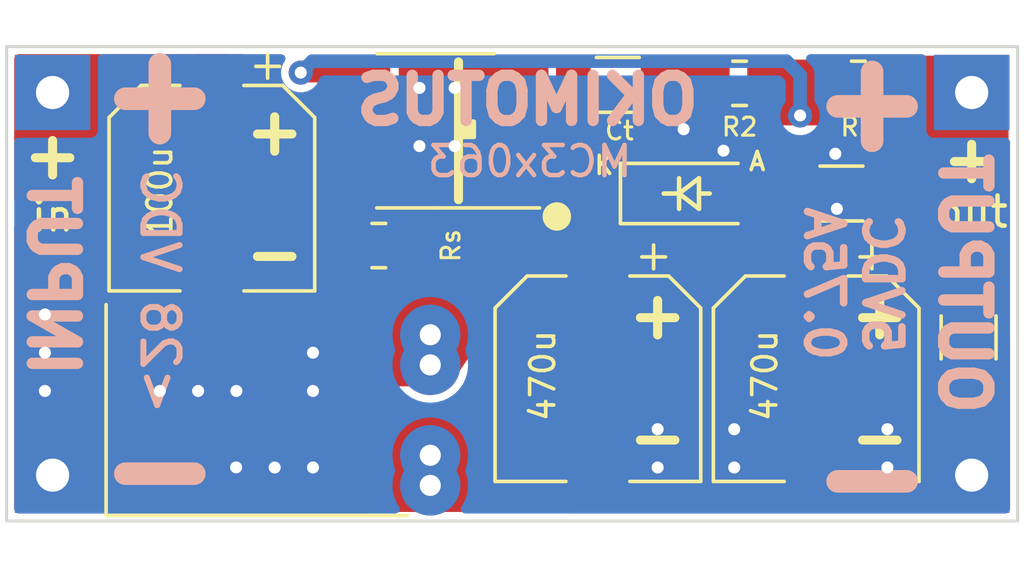
<source format=kicad_pcb>
(kicad_pcb (version 20211014) (generator pcbnew)
  (layers (0 "F.Cu" signal) (31 "B.Cu" signal) (34 "B.Paste" user) (35 "F.Paste" user) (36 "B.SilkS" user "B.Silkscreen") (37 "F.SilkS" user "F.Silkscreen") (38 "B.Mask" user) (39 "F.Mask" user) (44 "Edge.Cuts" user))
  (net 0 "")
  (net 1 "GND")
  (net 2 "Net-(Ct1-Pad1)")
  (net 3 "Net-(D1-Pad1)")
  (net 4 "/Vfeedback")
  (net 5 "/Sense")
  (net 6 "Net-(Ci1-Pad1)")
  (net 7 "Net-(Co1-Pad1)")
  (footprint "1pin:1pin" (layer "F.Cu") (at 111.76 48.26)
    (fp_text reference "U5" hide)
    (fp_text value "1pin")
    (pad "1" thru_hole rect (at 0 0) (size 2.5 2.5) (drill 1.1) (layers *.Cu *.Mask) (net 7 "Net-(Co1-Pad1)"))
  )
  (footprint "Capacitor_SMD:CP_Elec_6.3x7.7" (layer "F.Cu") (at 99.3648 57.7596 -90)
    (fp_text reference "Co1" hide)
    (fp_text value "470u/10V")
    (fp_line (start -4.4375 -1.8475) (end -3.65 -1.8475) (layer "F.SilkS") (width 0.12))
    (fp_line (start -2.345563 3.41) (end 3.41 3.41) (layer "F.SilkS") (width 0.12))
    (fp_line (start -2.345563 -3.41) (end 3.41 -3.41) (layer "F.SilkS") (width 0.12))
    (fp_line (start -3.41 -2.345563) (end -2.345563 -3.41) (layer "F.SilkS") (width 0.12))
    (fp_line (start -3.41 2.345563) (end -3.41 1.06) (layer "F.SilkS") (width 0.12))
    (fp_line (start -3.41 2.345563) (end -2.345563 3.41) (layer "F.SilkS") (width 0.12))
    (fp_line (start 3.41 3.41) (end 3.41 1.06) (layer "F.SilkS") (width 0.12))
    (fp_line (start 3.41 -3.41) (end 3.41 -1.06) (layer "F.SilkS") (width 0.12))
    (fp_line (start -3.41 -2.345563) (end -3.41 -1.06) (layer "F.SilkS") (width 0.12))
    (fp_line (start -4.04375 -2.24125) (end -4.04375 -1.45375) (layer "F.SilkS") (width 0.12))
    (pad "1" smd roundrect (at -2.7 0 270) (size 3.5 1.6) (layers "F.Cu" "F.Paste" "F.Mask") (roundrect_rratio 0.15625) (net 7 "Net-(Co1-Pad1)"))
    (pad "2" smd roundrect (at 2.7 0 270) (size 3.5 1.6) (layers "F.Cu" "F.Paste" "F.Mask") (roundrect_rratio 0.15625) (net 1 "GND"))
  )
  (footprint "Diode_SMD:D_SOD-123" (layer "F.Cu") (at 102.362 51.6128)
    (fp_text reference "D1" hide)
    (fp_text value "1N5819")
    (fp_line (start -2.25 -1) (end -2.25 1) (layer "F.SilkS") (width 0.12))
    (fp_line (start -2.25 -1) (end 1.65 -1) (layer "F.SilkS") (width 0.12))
    (fp_line (start -2.25 1) (end 1.65 1) (layer "F.SilkS") (width 0.12))
    (pad "1" smd rect (at -1.65 0) (size 0.9 1.2) (layers "F.Cu" "F.Paste" "F.Mask") (net 3 "Net-(D1-Pad1)"))
    (pad "2" smd rect (at 1.65 0) (size 0.9 1.2) (layers "F.Cu" "F.Paste" "F.Mask") (net 1 "GND"))
  )
  (footprint "Capacitor_SMD:C_1206_3216Metric" (layer "F.Cu") (at 100.0252 48.006)
    (fp_text reference "Ct1" hide)
    (fp_text value "150p")
    (fp_line (start -0.711252 -0.91) (end 0.711252 -0.91) (layer "F.SilkS") (width 0.12))
    (fp_line (start -0.711252 0.91) (end 0.711252 0.91) (layer "F.SilkS") (width 0.12))
    (pad "1" smd roundrect (at -1.475 0) (size 1.15 1.8) (layers "F.Cu" "F.Paste" "F.Mask") (roundrect_rratio 0.2173913043) (net 2 "Net-(Ct1-Pad1)"))
    (pad "2" smd roundrect (at 1.475 0) (size 1.15 1.8) (layers "F.Cu" "F.Paste" "F.Mask") (roundrect_rratio 0.2173913043) (net 1 "GND"))
  )
  (footprint "Capacitor_SMD:C_1206_3216Metric" (layer "F.Cu") (at 111.6584 56.388 -90)
    (fp_text reference "Co4" hide)
    (fp_text value "47u/10V")
    (fp_line (start -0.711252 0.91) (end 0.711252 0.91) (layer "F.SilkS") (width 0.12))
    (fp_line (start -0.711252 -0.91) (end 0.711252 -0.91) (layer "F.SilkS") (width 0.12))
    (pad "1" smd roundrect (at -1.475 0 270) (size 1.15 1.8) (layers "F.Cu" "F.Paste" "F.Mask") (roundrect_rratio 0.2173913043) (net 7 "Net-(Co1-Pad1)"))
    (pad "2" smd roundrect (at 1.475 0 270) (size 1.15 1.8) (layers "F.Cu" "F.Paste" "F.Mask") (roundrect_rratio 0.2173913043) (net 1 "GND"))
  )
  (footprint "mc34063-power-inductor-leaded:mc34063-power-inductor-leaded" (layer "F.Cu") (at 93.805 58.801)
    (fp_text reference "U2" hide)
    (fp_text value "mc34063-power-inductor-leaded" hide)
    (fp_line (start -10.75 -3.5) (end -10.75 3.5) (layer "F.SilkS") (width 0.12))
    (fp_line (start -10.75 3.5) (end -0.75 3.5) (layer "F.SilkS") (width 0.12))
    (pad "1" thru_hole circle (at 0 2.5 180) (size 2 2) (drill 0.7) (layers *.Cu *.Mask) (net 7 "Net-(Co1-Pad1)"))
    (pad "1" thru_hole circle (at 0 1.5 180) (size 2 2) (drill 0.7) (layers *.Cu *.Mask) (net 7 "Net-(Co1-Pad1)"))
    (pad "2" thru_hole circle (at 0 -2.5 180) (size 2 2) (drill 0.7) (layers *.Cu *.Mask) (net 3 "Net-(D1-Pad1)"))
    (pad "2" thru_hole circle (at 0 -1.5 180) (size 2 2) (drill 0.7) (layers *.Cu *.Mask) (net 3 "Net-(D1-Pad1)"))
  )
  (footprint "Capacitor_SMD:C_1206_3216Metric" (layer "F.Cu") (at 107.442 51.6128 180)
    (fp_text reference "Co3" hide)
    (fp_text value "47u/10V")
    (fp_line (start -0.711252 -0.91) (end 0.711252 -0.91) (layer "F.SilkS") (width 0.12))
    (fp_line (start -0.711252 0.91) (end 0.711252 0.91) (layer "F.SilkS") (width 0.12))
    (pad "1" smd roundrect (at -1.475 0 180) (size 1.15 1.8) (layers "F.Cu" "F.Paste" "F.Mask") (roundrect_rratio 0.2173913043) (net 7 "Net-(Co1-Pad1)"))
    (pad "2" smd roundrect (at 1.475 0 180) (size 1.15 1.8) (layers "F.Cu" "F.Paste" "F.Mask") (roundrect_rratio 0.2173913043) (net 1 "GND"))
  )
  (footprint "Capacitor_SMD:CP_Elec_6.3x7.7" (layer "F.Cu") (at 86.5632 51.435 -90)
    (fp_text reference "Ci1" hide)
    (fp_text value "100u/50V")
    (fp_line (start -3.41 2.345563) (end -2.345563 3.41) (layer "F.SilkS") (width 0.12))
    (fp_line (start -3.41 -2.345563) (end -2.345563 -3.41) (layer "F.SilkS") (width 0.12))
    (fp_line (start -4.04375 -2.24125) (end -4.04375 -1.45375) (layer "F.SilkS") (width 0.12))
    (fp_line (start -3.41 2.345563) (end -3.41 1.06) (layer "F.SilkS") (width 0.12))
    (fp_line (start 3.41 -3.41) (end 3.41 -1.06) (layer "F.SilkS") (width 0.12))
    (fp_line (start -2.345563 -3.41) (end 3.41 -3.41) (layer "F.SilkS") (width 0.12))
    (fp_line (start 3.41 3.41) (end 3.41 1.06) (layer "F.SilkS") (width 0.12))
    (fp_line (start -2.345563 3.41) (end 3.41 3.41) (layer "F.SilkS") (width 0.12))
    (fp_line (start -3.41 -2.345563) (end -3.41 -1.06) (layer "F.SilkS") (width 0.12))
    (fp_line (start -4.4375 -1.8475) (end -3.65 -1.8475) (layer "F.SilkS") (width 0.12))
    (pad "1" smd roundrect (at -2.7 0 270) (size 3.5 1.6) (layers "F.Cu" "F.Paste" "F.Mask") (roundrect_rratio 0.15625) (net 6 "Net-(Ci1-Pad1)"))
    (pad "2" smd roundrect (at 2.7 0 270) (size 3.5 1.6) (layers "F.Cu" "F.Paste" "F.Mask") (roundrect_rratio 0.15625) (net 1 "GND"))
  )
  (footprint "Capacitor_SMD:CP_Elec_6.3x7.7" (layer "F.Cu") (at 106.6038 57.7596 -90)
    (fp_text reference "Co2" hide)
    (fp_text value "470u/10V")
    (fp_line (start -4.4375 -1.8475) (end -3.65 -1.8475) (layer "F.SilkS") (width 0.12))
    (fp_line (start -2.345563 3.41) (end 3.41 3.41) (layer "F.SilkS") (width 0.12))
    (fp_line (start -3.41 2.345563) (end -3.41 1.06) (layer "F.SilkS") (width 0.12))
    (fp_line (start -4.04375 -2.24125) (end -4.04375 -1.45375) (layer "F.SilkS") (width 0.12))
    (fp_line (start 3.41 3.41) (end 3.41 1.06) (layer "F.SilkS") (width 0.12))
    (fp_line (start -3.41 2.345563) (end -2.345563 3.41) (layer "F.SilkS") (width 0.12))
    (fp_line (start -3.41 -2.345563) (end -2.345563 -3.41) (layer "F.SilkS") (width 0.12))
    (fp_line (start 3.41 -3.41) (end 3.41 -1.06) (layer "F.SilkS") (width 0.12))
    (fp_line (start -3.41 -2.345563) (end -3.41 -1.06) (layer "F.SilkS") (width 0.12))
    (fp_line (start -2.345563 -3.41) (end 3.41 -3.41) (layer "F.SilkS") (width 0.12))
    (pad "1" smd roundrect (at -2.7 0 270) (size 3.5 1.6) (layers "F.Cu" "F.Paste" "F.Mask") (roundrect_rratio 0.15625) (net 7 "Net-(Co1-Pad1)"))
    (pad "2" smd roundrect (at 2.7 0 270) (size 3.5 1.6) (layers "F.Cu" "F.Paste" "F.Mask") (roundrect_rratio 0.15625) (net 1 "GND"))
  )
  (footprint "Resistor_SMD:R_0805_2012Metric" (layer "F.Cu") (at 108.0008 47.9552 180)
    (fp_text reference "R1" (at 0 -1.4478 180) (layer "F.SilkS") (effects (font (size 0.6 0.6) (thickness 0.1))))
    (fp_text value "3K6")
    (fp_line (start -0.227064 -0.735) (end 0.227064 -0.735) (layer "F.SilkS") (width 0.12))
    (fp_line (start -0.227064 0.735) (end 0.227064 0.735) (layer "F.SilkS") (width 0.12))
    (pad "1" smd roundrect (at -0.9125 0 180) (size 1.025 1.4) (layers "F.Cu" "F.Paste" "F.Mask") (roundrect_rratio 0.243902439) (net 7 "Net-(Co1-Pad1)"))
    (pad "2" smd roundrect (at 0.9125 0 180) (size 1.025 1.4) (layers "F.Cu" "F.Paste" "F.Mask") (roundrect_rratio 0.243902439) (net 4 "/Vfeedback"))
  )
  (footprint "Package_SO:SOIC-8_3.9x4.9mm_P1.27mm" (layer "F.Cu") (at 93.98 49.53 180)
    (fp_text reference "U1" hide)
    (fp_text value "MC34063AD")
    (fp_line (start 0 2.56) (end 1.95 2.56) (layer "F.SilkS") (width 0.12))
    (fp_line (start 0 -2.56) (end -3.45 -2.56) (layer "F.SilkS") (width 0.12))
    (fp_line (start 0 -2.56) (end 1.95 -2.56) (layer "F.SilkS") (width 0.12))
    (fp_line (start 0 2.56) (end -1.95 2.56) (layer "F.SilkS") (width 0.12))
    (pad "1" smd roundrect (at -2.475 -1.905 180) (size 1.95 0.6) (layers "F.Cu" "F.Paste" "F.Mask") (net 5 "/Sense"))
    (pad "2" smd roundrect (at -2.475 -0.635 180) (size 1.95 0.6) (layers "F.Cu" "F.Paste" "F.Mask") (net 3 "Net-(D1-Pad1)"))
    (pad "3" smd roundrect (at -2.475 0.635 180) (size 1.95 0.6) (layers "F.Cu" "F.Paste" "F.Mask") (net 2 "Net-(Ct1-Pad1)"))
    (pad "4" smd roundrect (at -2.475 1.905 180) (size 1.95 0.6) (layers "F.Cu" "F.Paste" "F.Mask") (net 1 "GND"))
    (pad "5" smd roundrect (at 2.475 1.905 180) (size 1.95 0.6) (layers "F.Cu" "F.Paste" "F.Mask") (net 4 "/Vfeedback"))
    (pad "6" smd roundrect (at 2.475 0.635 180) (size 1.95 0.6) (layers "F.Cu" "F.Paste" "F.Mask") (net 6 "Net-(Ci1-Pad1)"))
    (pad "7" smd roundrect (at 2.475 -0.635 180) (size 1.95 0.6) (layers "F.Cu" "F.Paste" "F.Mask") (net 5 "/Sense"))
    (pad "8" smd roundrect (at 2.475 -1.905 180) (size 1.95 0.6) (layers "F.Cu" "F.Paste" "F.Mask") (net 5 "/Sense"))
  )
  (footprint "1pin:1pin" (layer "F.Cu") (at 81.28 48.26)
    (fp_text reference "U3" hide)
    (fp_text value "1pin")
    (pad "1" thru_hole rect (at 0 0) (size 2.5 2.5) (drill 1.1) (layers *.Cu *.Mask) (net 6 "Net-(Ci1-Pad1)"))
  )
  (footprint "Resistor_SMD:R_0805_2012Metric" (layer "F.Cu") (at 104.0638 47.9552 180)
    (fp_text reference "R2" (at 0 -1.4478 180) (layer "F.SilkS") (effects (font (size 0.6 0.6) (thickness 0.1))))
    (fp_text value "1K2")
    (fp_line (start -0.227064 0.735) (end 0.227064 0.735) (layer "F.SilkS") (width 0.12))
    (fp_line (start -0.227064 -0.735) (end 0.227064 -0.735) (layer "F.SilkS") (width 0.12))
    (pad "1" smd roundrect (at -0.9125 0 180) (size 1.025 1.4) (layers "F.Cu" "F.Paste" "F.Mask") (roundrect_rratio 0.243902439) (net 4 "/Vfeedback"))
    (pad "2" smd roundrect (at 0.9125 0 180) (size 1.025 1.4) (layers "F.Cu" "F.Paste" "F.Mask") (roundrect_rratio 0.243902439) (net 1 "GND"))
  )
  (footprint "1pin:1pin" (layer "F.Cu") (at 81.28 60.96)
    (fp_text reference "U4" hide)
    (fp_text value "1pin")
    (pad "1" thru_hole rect (at 0 0) (size 2.5 2.5) (drill 1.1) (layers *.Cu *.Mask) (net 1 "GND"))
  )
  (footprint "Resistor_SMD:R_0805_2012Metric" (layer "F.Cu") (at 92.1004 53.34)
    (fp_text reference "RSC1" hide)
    (fp_text value "0.33")
    (fp_line (start -0.227064 -0.735) (end 0.227064 -0.735) (layer "F.SilkS") (width 0.12))
    (fp_line (start -0.227064 0.735) (end 0.227064 0.735) (layer "F.SilkS") (width 0.12))
    (pad "1" smd roundrect (at -0.9125 0) (size 1.025 1.4) (layers "F.Cu" "F.Paste" "F.Mask") (roundrect_rratio 0.243902439) (net 6 "Net-(Ci1-Pad1)"))
    (pad "2" smd roundrect (at 0.9125 0) (size 1.025 1.4) (layers "F.Cu" "F.Paste" "F.Mask") (roundrect_rratio 0.243902439) (net 5 "/Sense"))
  )
  (footprint "1pin:1pin" (layer "F.Cu") (at 111.76 60.96)
    (fp_text reference "U6" hide)
    (fp_text value "1pin")
    (pad "1" thru_hole rect (at 0 0) (size 2.5 2.5) (drill 1.1) (layers *.Cu *.Mask) (net 1 "GND"))
  )
  (gr_line (start 102.0572 51.6128) (end 102.0572 52.1208) (layer "F.SilkS") (width 0.15))
  (gr_circle (center 98.00284 52.3748) (end 98.399601 52.3748) (layer "F.SilkS") (width 0.15) (fill solid))
  (gr_line (start 102.0572 51.6128) (end 102.7176 52.1208) (layer "F.SilkS") (width 0.15))
  (gr_rect (start 94.7928 49.2252) (end 95.25 49.7332) (layer "F.SilkS") (width 0.15) (fill solid))
  (gr_line (start 102.0572 51.6128) (end 102.0572 51.1048) (layer "F.SilkS") (width 0.15))
  (gr_line (start 102.0572 51.6128) (end 101.5492 51.6128) (layer "F.SilkS") (width 0.15))
  (gr_line (start 103.0732 51.6128) (end 102.7176 51.6128) (layer "F.SilkS") (width 0.15))
  (gr_line (start 102.7176 51.1048) (end 102.0572 51.6128) (layer "F.SilkS") (width 0.15))
  (gr_line (start 94.742 51.816) (end 94.742 47.244) (layer "F.SilkS") (width 0.3))
  (gr_line (start 102.7176 51.6128) (end 102.7176 52.1208) (layer "F.SilkS") (width 0.15))
  (gr_line (start 102.7176 51.6128) (end 102.7176 51.1048) (layer "F.SilkS") (width 0.15))
  (gr_rect (start 79.756 46.736) (end 113.284 62.484) (layer "Edge.Cuts") (width 0.1) (fill none))
  (gr_text "INPUT" (at 81.28 54.356 270) (layer "B.SilkS") (effects (font (size 1.5 1.5) (thickness 0.375)) (justify mirror)))
  (gr_text "-" (at 84.836 60.706) (layer "B.SilkS") (effects (font (size 3 3) (thickness 0.75)) (justify mirror)))
  (gr_text "OKIMOTUS" (at 97.028 48.514) (layer "B.SilkS") (effects (font (size 1.5 1.5) (thickness 0.375)) (justify mirror)))
  (gr_text "5VDC\n0.75A" (at 107.823 54.61 270) (layer "B.SilkS") (effects (font (size 1.2 1.2) (thickness 0.25)) (justify mirror)))
  (gr_text "MC3x063" (at 100.584 50.546) (layer "B.SilkS") (effects (font (size 1 1)) (justify left mirror)))
  (gr_text "+" (at 84.836 48.26) (layer "B.SilkS") (effects (font (size 3 3) (thickness 0.75)) (justify mirror)))
  (gr_text "+" (at 108.458 48.514) (layer "B.SilkS") (effects (font (size 3 3) (thickness 0.75)) (justify mirror)))
  (gr_text "-" (at 108.458 60.96) (layer "B.SilkS") (effects (font (size 3 3) (thickness 0.75)) (justify mirror)))
  (gr_text "<28 VDC" (at 84.836 59.055 270) (layer "B.SilkS") (effects (font (size 1.2 1.2) (thickness 0.2)) (justify left mirror)))
  (gr_text "OUTPUT" (at 111.506 54.61 270) (layer "B.SilkS") (effects (font (size 1.5 1.5) (thickness 0.375)) (justify mirror)))
  (gr_text "+" (at 88.646 49.53) (layer "F.SilkS") (effects (font (size 1.5 1.5) (thickness 0.3))))
  (gr_text "Ct" (at 100.076 49.53) (layer "F.SilkS") (effects (font (size 0.6 0.6) (thickness 0.1))))
  (gr_text "470u" (at 104.902 57.658 90) (layer "F.SilkS") (effects (font (size 0.8 0.8) (thickness 0.12))))
  (gr_text "100u" (at 84.836 51.562 90) (layer "F.SilkS") (effects (font (size 0.8 0.8) (thickness 0.12))))
  (gr_text "Rs" (at 94.488 53.34 90) (layer "F.SilkS") (effects (font (size 0.6 0.6) (thickness 0.1))))
  (gr_text "+" (at 81.28 50.3174) (layer "F.SilkS") (effects (font (size 1.5 1.5) (thickness 0.3))))
  (gr_text "A" (at 104.648 50.546) (layer "F.SilkS") (effects (font (size 0.6 0.6) (thickness 0.12))))
  (gr_text "+" (at 108.712 55.626) (layer "F.SilkS") (effects (font (size 1.5 1.5) (thickness 0.3))))
  (gr_text "+" (at 101.346 55.626) (layer "F.SilkS") (effects (font (size 1.5 1.5) (thickness 0.3))))
  (gr_text "out" (at 111.76 52.2224) (layer "F.SilkS") (effects (font (size 1 1))))
  (gr_text "-" (at 108.712 59.69) (layer "F.SilkS") (effects (font (size 1.5 1.5) (thickness 0.3))))
  (gr_text "+" (at 111.76 50.4444) (layer "F.SilkS") (effects (font (size 1.5 1.5) (thickness 0.3))))
  (gr_text "in" (at 81.28 52.3494) (layer "F.SilkS") (effects (font (size 1 1))))
  (gr_text "-" (at 101.346 59.69) (layer "F.SilkS") (effects (font (size 1.5 1.5) (thickness 0.3))))
  (gr_text "470u" (at 97.536 57.658 90) (layer "F.SilkS") (effects (font (size 0.8 0.8) (thickness 0.12))))
  (gr_text "-" (at 88.646 53.594) (layer "F.SilkS") (effects (font (size 1.5 1.5) (thickness 0.3))))
  (gr_text "K" (at 99.568 50.673) (layer "F.SilkS") (effects (font (size 0.6 0.6) (thickness 0.12))))
  (via (at 89.916 58.166) (size 0.8) (drill 0.4) (layers "F.Cu" "B.Cu") (net 1))
  (via (at 86.106 58.166) (size 0.8) (drill 0.4) (layers "F.Cu" "B.Cu") (net 1))
  (via (at 89.916 56.896) (size 0.8) (drill 0.4) (layers "F.Cu" "B.Cu") (net 1))
  (via (at 101.346 59.436) (size 0.8) (drill 0.4) (layers "F.Cu" "B.Cu") (net 1))
  (via (at 102.2096 49.4792) (size 0.8) (drill 0.4) (layers "F.Cu" "B.Cu") (net 1))
  (via (at 87.366424 60.702782) (size 0.8) (drill 0.4) (layers "F.Cu" "B.Cu") (net 1))
  (via (at 101.346 60.706) (size 0.8) (drill 0.4) (layers "F.Cu" "B.Cu") (net 1))
  (via (at 103.5304 50.1904) (size 0.8) (drill 0.4) (layers "F.Cu" "B.Cu") (net 1))
  (via (at 81.026 58.166) (size 0.8) (drill 0.4) (layers "F.Cu" "B.Cu") (net 1))
  (via (at 87.376 58.166) (size 0.8) (drill 0.4) (layers "F.Cu" "B.Cu") (net 1))
  (via (at 103.886 59.436) (size 0.8) (drill 0.4) (layers "F.Cu" "B.Cu") (net 1))
  (via (at 93.4466 50.038) (size 0.8) (drill 0.4) (layers "F.Cu" "B.Cu") (net 1))
  (via (at 89.916 60.706) (size 0.8) (drill 0.4) (layers "F.Cu" "B.Cu") (net 1))
  (via (at 108.966 59.436) (size 0.8) (drill 0.4) (layers "F.Cu" "B.Cu") (net 1))
  (via (at 94.615 50.038) (size 0.8) (drill 0.4) (layers "F.Cu" "B.Cu") (net 1))
  (via (at 88.646 60.706) (size 0.8) (drill 0.4) (layers "F.Cu" "B.Cu") (net 1))
  (via (at 94.615 48.1076) (size 0.8) (drill 0.4) (layers "F.Cu" "B.Cu") (net 1))
  (via (at 84.836 58.166) (size 0.8) (drill 0.4) (layers "F.Cu" "B.Cu") (net 1))
  (via (at 107.2388 50.292) (size 0.8) (drill 0.4) (layers "F.Cu" "B.Cu") (net 1))
  (via (at 108.966 60.706) (size 0.8) (drill 0.4) (layers "F.Cu" "B.Cu") (net 1))
  (via (at 103.886 60.706) (size 0.8) (drill 0.4) (layers "F.Cu" "B.Cu") (net 1))
  (via (at 107.2896 52.1208) (size 0.8) (drill 0.4) (layers "F.Cu" "B.Cu") (net 1))
  (via (at 81.026 56.896) (size 0.8) (drill 0.4) (layers "F.Cu" "B.Cu") (net 1))
  (via (at 81.026 55.626) (size 0.8) (drill 0.4) (layers "F.Cu" "B.Cu") (net 1))
  (via (at 93.4466 48.1076) (size 0.8) (drill 0.4) (layers "F.Cu" "B.Cu") (net 1))
  (segment (start 97.6612 48.895) (end 98.5502 48.006) (width 0.6) (layer "F.Cu") (net 2))
  (segment (start 96.455 48.895) (end 97.6612 48.895) (width 0.6) (layer "F.Cu") (net 2))
  (segment (start 91.505 47.625) (end 89.535 47.625) (width 0.6) (layer "F.Cu") (net 4))
  (segment (start 89.535 47.625) (end 89.5096 47.5996) (width 0.6) (layer "F.Cu") (net 4))
  (via (at 89.5096 47.5996) (size 0.8) (drill 0.4) (layers "F.Cu" "B.Cu") (net 4))
  (via (at 106.0704 49.022) (size 0.8) (drill 0.4) (layers "F.Cu" "B.Cu") (net 4))
  (segment (start 89.8906 47.2186) (end 105.6132 47.2186) (width 0.45) (layer "B.Cu") (net 4))
  (segment (start 106.0704 47.6758) (end 106.0704 49.022) (width 0.45) (layer "B.Cu") (net 4))
  (segment (start 105.6132 47.2186) (end 106.0704 47.6758) (width 0.45) (layer "B.Cu") (net 4))
  (segment (start 89.5096 47.5996) (end 89.8906 47.2186) (width 0.45) (layer "B.Cu") (net 4))
  (zone (net 4) (net_name "/Vfeedback") (layer "F.Cu") (connect_pads yes (clearance 0.3)) (min_thickness 0.254) (fill yes (thermal_gap 0.508) (thermal_bridge_width 0.508))
    (polygon (pts (xy 107.8738 49.3522) (xy 104.3178 49.3522) (xy 104.3178 47.1678) (xy 107.8738 47.1678)))
  )
  (zone (net 5) (net_name "/Sense") (layer "F.Cu") (connect_pads yes (clearance 0.3)) (min_thickness 0.254) (fill yes (thermal_gap 0.508) (thermal_bridge_width 0.508))
    (polygon (pts (xy 92.456 51.054) (xy 97.3836 51.054) (xy 97.3836 51.816) (xy 93.7768 51.816) (xy 93.7768 54.1782) (xy 92.456 54.1782) (xy 92.456 51.816) (xy 90.5256 51.816) (xy 90.5256 49.784) (xy 92.456 49.784)))
  )
  (zone (net 7) (net_name "Net-(Co1-Pad1)") (layer "F.Cu") (connect_pads yes (clearance 0.3)) (min_thickness 0.25) (fill yes (thermal_gap 0.25) (thermal_bridge_width 0.508))
    (polygon (pts (xy 113.284 55.626) (xy 110.236 55.626) (xy 110.236 57.912) (xy 98.171 57.912) (xy 97.6122 58.547) (xy 97.6122 62.484) (xy 92.329 62.484) (xy 92.329 58.801) (xy 94.996 58.801) (xy 96.266 56.896) (xy 96.266 55.9054) (xy 97.2058 54.991) (xy 98.806 54.991) (xy 98.806 53.086) (xy 108.077 53.086) (xy 108.585 52.578) (xy 108.585 46.736) (xy 113.284 46.736)))
  )
  (zone (net 1) (net_name "GND") (layer "F.Cu") (connect_pads yes (clearance 0.25)) (min_thickness 0.3) (fill yes (thermal_gap 0.3) (thermal_bridge_width 0.508))
    (polygon (pts (xy 113.284 62.484) (xy 98.425 62.484) (xy 98.425 58.6232) (xy 110.744 58.6232) (xy 110.744 56.261) (xy 113.284 56.261)))
  )
  (zone (net 6) (net_name "Net-(Ci1-Pad1)") (layer "F.Cu") (connect_pads yes (clearance 0.25)) (min_thickness 0.3) (fill yes (thermal_gap 0.3) (thermal_bridge_width 0.508))
    (polygon (pts (xy 87.7316 48.4378) (xy 92.456 48.4378) (xy 92.456 49.403) (xy 89.916 49.403) (xy 89.916 52.6288) (xy 91.7448 52.6288) (xy 91.7448 54.0512) (xy 88.138 54.0512) (xy 88.138 51.943) (xy 79.756 51.943) (xy 79.756 46.736) (xy 87.7316 46.736)))
  )
  (zone (net 1) (net_name "GND") (layer "F.Cu") (connect_pads yes (clearance 0.25)) (min_thickness 0.3) (fill yes (thermal_gap 0.3) (thermal_bridge_width 0.508))
    (polygon (pts (xy 87.63 54.737) (xy 91.821 54.737) (xy 91.821 62.484) (xy 79.756 62.484) (xy 79.756 52.578) (xy 85.598 52.578) (xy 87.63 52.578)))
  )
  (zone (net 3) (net_name "Net-(D1-Pad1)") (layer "F.Cu") (connect_pads yes (clearance 0.25)) (min_thickness 0.3) (fill yes (thermal_gap 0.3) (thermal_bridge_width 0.508))
    (polygon (pts (xy 101.4476 52.705) (xy 98.5266 52.705) (xy 98.3234 52.8828) (xy 98.044 53.1622) (xy 98.044 54.5592) (xy 97.1042 54.5592) (xy 96.2406 54.5592) (xy 95.631 55.1688) (xy 95.631 56.2356) (xy 94.4372 58.0136) (xy 92.3544 58.0136) (xy 92.3544 54.737) (xy 94.2594 54.737) (xy 94.2594 52.1716) (xy 97.5868 52.1716) (xy 97.8916 51.9176) (xy 97.8916 50.5968) (xy 95.4786 50.5968) (xy 95.4786 49.784) (xy 101.4476 49.784)))
  )
  (zone (net 1) (net_name "GND") (layer "F.Cu") (connect_pads yes (clearance 0.25)) (min_thickness 0.3) (fill yes (thermal_gap 0.3) (thermal_bridge_width 0.508))
    (polygon (pts (xy 97.8154 48.0822) (xy 95.1992 48.0822) (xy 95.1992 50.6476) (xy 92.7608 50.6476) (xy 92.7608 47.1678) (xy 97.8154 47.1678)))
  )
  (zone (net 1) (net_name "GND") (layer "F.Cu") (connect_pads yes (clearance 0.25)) (min_thickness 0.3) (fill yes (thermal_gap 0.3) (thermal_bridge_width 0.508))
    (polygon (pts (xy 103.7336 49.7586) (xy 107.7468 49.7586) (xy 107.7468 52.705) (xy 101.7524 52.705) (xy 101.7524 49.3014) (xy 100.7872 49.3014) (xy 100.7872 47.1678) (xy 103.7336 47.1678)))
  )
  (zone (net 1) (net_name "GND") (layer "B.Cu") (connect_pads yes (clearance 0.25)) (min_thickness 0.3) (fill yes (thermal_gap 0.3) (thermal_bridge_width 0.508))
    (polygon (pts (xy 113.284 62.484) (xy 79.756 62.484) (xy 79.756 46.736) (xy 113.284 46.736)))
  )
)
</source>
